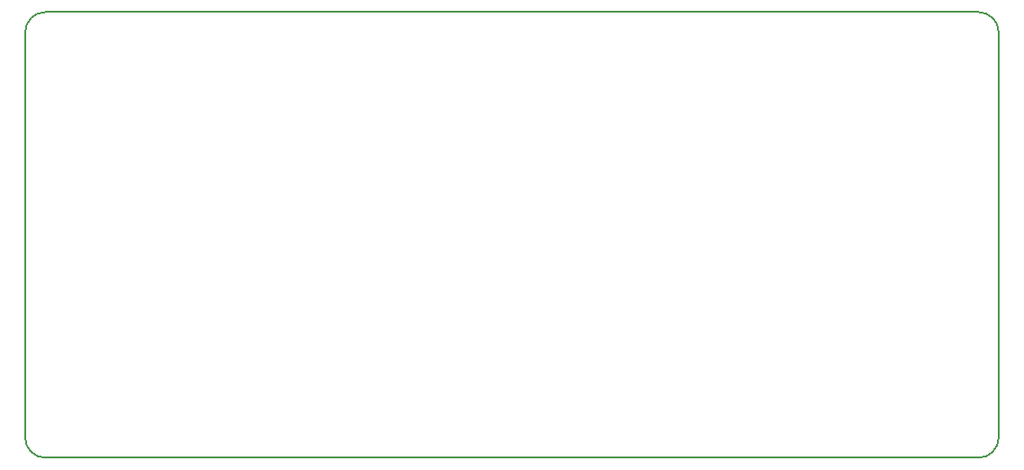
<source format=gbr>
G04 #@! TF.GenerationSoftware,KiCad,Pcbnew,(5.0.1)-4*
G04 #@! TF.CreationDate,2020-04-19T23:52:34+02:00*
G04 #@! TF.ProjectId,Freqmeter_16F18446,467265716D657465725F313646313834,R2*
G04 #@! TF.SameCoordinates,Original*
G04 #@! TF.FileFunction,Profile,NP*
%FSLAX46Y46*%
G04 Gerber Fmt 4.6, Leading zero omitted, Abs format (unit mm)*
G04 Created by KiCad (PCBNEW (5.0.1)-4) date 19/04/2020 23:52:34*
%MOMM*%
%LPD*%
G01*
G04 APERTURE LIST*
%ADD10C,0.200000*%
%ADD11C,0.150000*%
G04 APERTURE END LIST*
D10*
X188595000Y-71120000D02*
X100965000Y-71120000D01*
D11*
X100965000Y-29210000D02*
X188595000Y-29210000D01*
X99060000Y-69215000D02*
X99060000Y-31115000D01*
X100965000Y-71120000D02*
G75*
G02X99060000Y-69215000I0J1905000D01*
G01*
X99060000Y-31115000D02*
G75*
G02X100965000Y-29210000I1905000J0D01*
G01*
X190500000Y-69215000D02*
X190500000Y-31115000D01*
X190500000Y-69215000D02*
G75*
G02X188595000Y-71120000I-1905000J0D01*
G01*
X188595000Y-29210000D02*
G75*
G02X190500000Y-31115000I0J-1905000D01*
G01*
M02*

</source>
